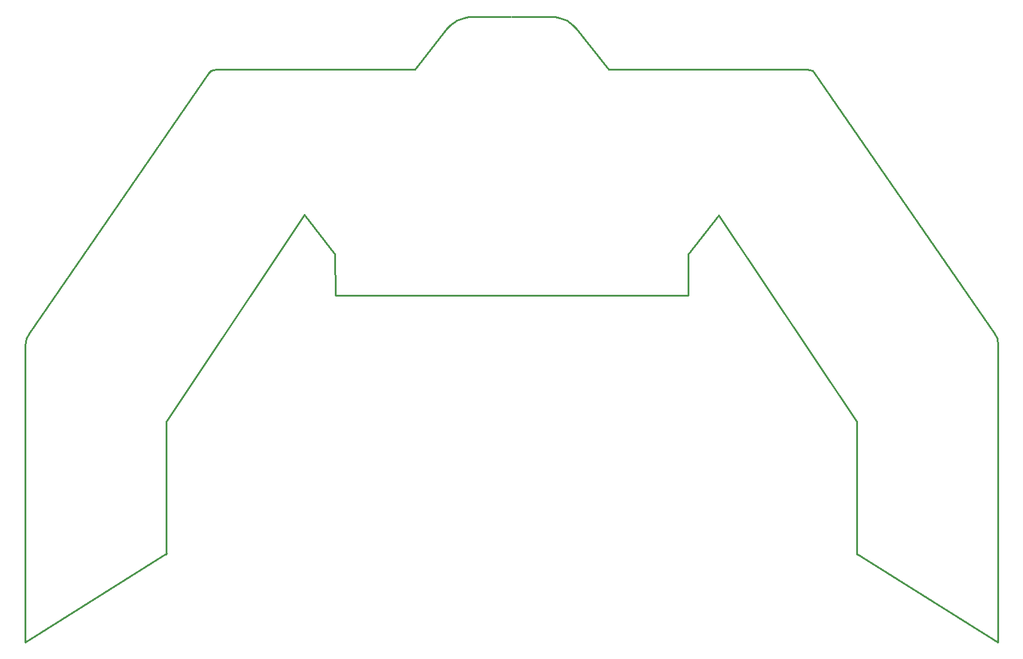
<source format=gko>
G04 Layer: BoardOutlineLayer*
G04 EasyEDA v6.5.40, 2024-04-07 17:54:18*
G04 Gerber Generator version 0.2*
G04 Scale: 100 percent, Rotated: No, Reflected: No *
G04 Dimensions in millimeters *
G04 leading zeros omitted , absolute positions ,4 integer and 5 decimal *
%FSLAX45Y45*%
%MOMM*%

%ADD10C,0.2540*%
D10*
X14016459Y10026129D02*
G01*
X14046161Y10053452D01*
X14083096Y10069017D01*
X14122138Y10071955D01*
X16931927Y10073462D01*
X17384440Y10647690D01*
X17436914Y10703118D01*
X17526459Y10767087D01*
X17625788Y10806417D01*
X17695638Y10818025D01*
X18290926Y10819259D01*
X13423900Y3225800D02*
G01*
X11416383Y1960946D01*
X11416083Y6174023D01*
X11431823Y6261638D01*
X11470556Y6341851D01*
X18304258Y10819259D02*
G01*
X18912718Y10818025D01*
X18982580Y10806417D01*
X19081897Y10767087D01*
X19171442Y10703118D01*
X19223929Y10647692D01*
X19676442Y10073462D01*
X22486228Y10071955D01*
X22525261Y10069017D01*
X22562205Y10053452D01*
X22591897Y10026129D01*
X25137813Y6341851D01*
X25176546Y6261641D01*
X25192283Y6174023D01*
X25191974Y1960948D01*
X23190200Y3213100D01*
X20804037Y6876889D02*
G01*
X20804037Y7456251D01*
X21237326Y8011647D01*
X23190807Y5086741D01*
X23192679Y3210991D01*
X20804037Y6876889D02*
G01*
X15804131Y6876889D01*
X13415825Y3210831D02*
G01*
X13415825Y5087957D01*
X15369156Y8014246D01*
X15802099Y7461567D01*
X15804131Y6879612D01*
X11470556Y6341851D02*
G01*
X14016459Y10026129D01*

%LPD*%
M02*

</source>
